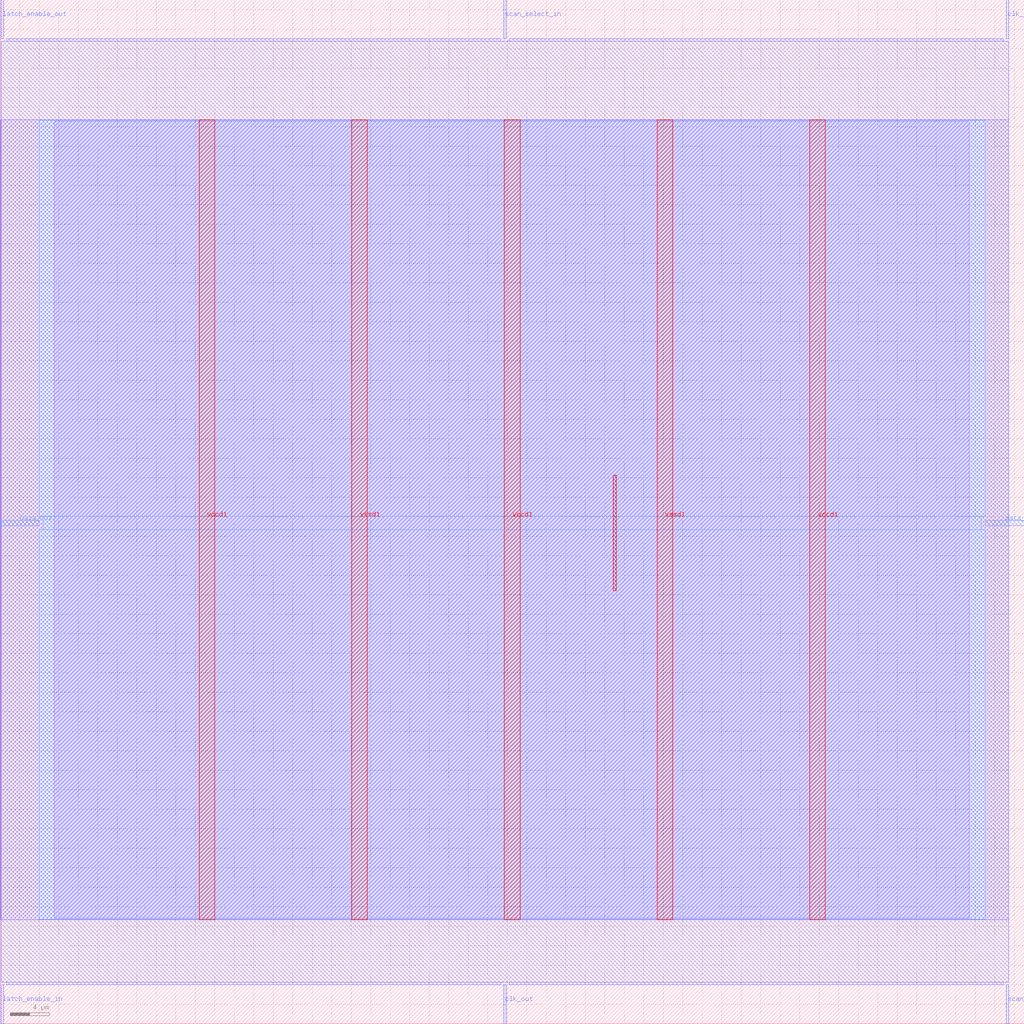
<source format=lef>
VERSION 5.7 ;
  NOWIREEXTENSIONATPIN ON ;
  DIVIDERCHAR "/" ;
  BUSBITCHARS "[]" ;
MACRO scan_wrapper_341382703379120723
  CLASS BLOCK ;
  FOREIGN scan_wrapper_341382703379120723 ;
  ORIGIN 0.000 0.000 ;
  SIZE 105.000 BY 105.000 ;
  PIN clk_in
    DIRECTION INPUT ;
    USE SIGNAL ;
    PORT
      LAYER met2 ;
        RECT 103.130 101.000 103.410 105.000 ;
    END
  END clk_in
  PIN clk_out
    DIRECTION OUTPUT TRISTATE ;
    USE SIGNAL ;
    PORT
      LAYER met2 ;
        RECT 51.610 0.000 51.890 4.000 ;
    END
  END clk_out
  PIN data_in
    DIRECTION INPUT ;
    USE SIGNAL ;
    PORT
      LAYER met3 ;
        RECT 101.000 51.040 105.000 51.640 ;
    END
  END data_in
  PIN data_out
    DIRECTION OUTPUT TRISTATE ;
    USE SIGNAL ;
    PORT
      LAYER met3 ;
        RECT 0.000 51.040 4.000 51.640 ;
    END
  END data_out
  PIN latch_enable_in
    DIRECTION INPUT ;
    USE SIGNAL ;
    PORT
      LAYER met2 ;
        RECT 0.090 0.000 0.370 4.000 ;
    END
  END latch_enable_in
  PIN latch_enable_out
    DIRECTION OUTPUT TRISTATE ;
    USE SIGNAL ;
    PORT
      LAYER met2 ;
        RECT 0.090 101.000 0.370 105.000 ;
    END
  END latch_enable_out
  PIN scan_select_in
    DIRECTION INPUT ;
    USE SIGNAL ;
    PORT
      LAYER met2 ;
        RECT 51.610 101.000 51.890 105.000 ;
    END
  END scan_select_in
  PIN scan_select_out
    DIRECTION OUTPUT TRISTATE ;
    USE SIGNAL ;
    PORT
      LAYER met2 ;
        RECT 103.130 0.000 103.410 4.000 ;
    END
  END scan_select_out
  PIN vccd1
    DIRECTION INPUT ;
    USE POWER ;
    PORT
      LAYER met4 ;
        RECT 20.380 10.640 21.980 92.720 ;
    END
    PORT
      LAYER met4 ;
        RECT 51.700 10.640 53.300 92.720 ;
    END
    PORT
      LAYER met4 ;
        RECT 83.020 10.640 84.620 92.720 ;
    END
  END vccd1
  PIN vssd1
    DIRECTION INPUT ;
    USE GROUND ;
    PORT
      LAYER met4 ;
        RECT 36.040 10.640 37.640 92.720 ;
    END
    PORT
      LAYER met4 ;
        RECT 67.360 10.640 68.960 92.720 ;
    END
  END vssd1
  OBS
      LAYER li1 ;
        RECT 5.520 10.795 99.360 92.565 ;
      LAYER met1 ;
        RECT 0.070 10.640 103.430 92.720 ;
      LAYER met2 ;
        RECT 0.650 100.720 51.330 101.000 ;
        RECT 52.170 100.720 102.850 101.000 ;
        RECT 0.100 4.280 103.400 100.720 ;
        RECT 0.650 4.000 51.330 4.280 ;
        RECT 52.170 4.000 102.850 4.280 ;
      LAYER met3 ;
        RECT 4.000 52.040 101.000 92.645 ;
        RECT 4.400 50.640 100.600 52.040 ;
        RECT 4.000 10.715 101.000 50.640 ;
      LAYER met4 ;
        RECT 62.855 44.375 63.185 56.265 ;
  END
END scan_wrapper_341382703379120723
END LIBRARY


</source>
